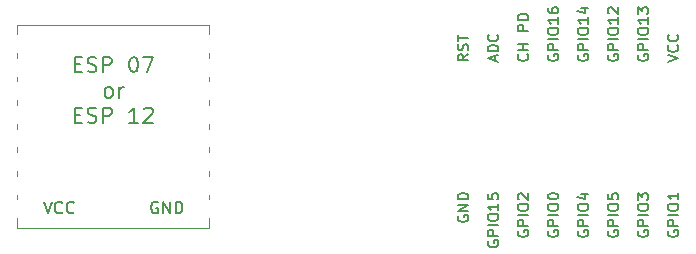
<source format=gbr>
G04 #@! TF.GenerationSoftware,KiCad,Pcbnew,(5.1.5)-3*
G04 #@! TF.CreationDate,2020-02-22T11:17:49-08:00*
G04 #@! TF.ProjectId,ESP07,45535030-372e-46b6-9963-61645f706362,rev?*
G04 #@! TF.SameCoordinates,Original*
G04 #@! TF.FileFunction,Legend,Top*
G04 #@! TF.FilePolarity,Positive*
%FSLAX46Y46*%
G04 Gerber Fmt 4.6, Leading zero omitted, Abs format (unit mm)*
G04 Created by KiCad (PCBNEW (5.1.5)-3) date 2020-02-22 11:17:49*
%MOMM*%
%LPD*%
G04 APERTURE LIST*
%ADD10C,0.200000*%
%ADD11C,0.150000*%
%ADD12C,0.120000*%
G04 APERTURE END LIST*
D10*
X149373047Y-95039142D02*
X149806380Y-95039142D01*
X149992095Y-95720095D02*
X149373047Y-95720095D01*
X149373047Y-94420095D01*
X149992095Y-94420095D01*
X150487333Y-95658190D02*
X150673047Y-95720095D01*
X150982571Y-95720095D01*
X151106380Y-95658190D01*
X151168285Y-95596285D01*
X151230190Y-95472476D01*
X151230190Y-95348666D01*
X151168285Y-95224857D01*
X151106380Y-95162952D01*
X150982571Y-95101047D01*
X150734952Y-95039142D01*
X150611142Y-94977238D01*
X150549238Y-94915333D01*
X150487333Y-94791523D01*
X150487333Y-94667714D01*
X150549238Y-94543904D01*
X150611142Y-94482000D01*
X150734952Y-94420095D01*
X151044476Y-94420095D01*
X151230190Y-94482000D01*
X151787333Y-95720095D02*
X151787333Y-94420095D01*
X152282571Y-94420095D01*
X152406380Y-94482000D01*
X152468285Y-94543904D01*
X152530190Y-94667714D01*
X152530190Y-94853428D01*
X152468285Y-94977238D01*
X152406380Y-95039142D01*
X152282571Y-95101047D01*
X151787333Y-95101047D01*
X154325428Y-94420095D02*
X154449238Y-94420095D01*
X154573047Y-94482000D01*
X154634952Y-94543904D01*
X154696857Y-94667714D01*
X154758761Y-94915333D01*
X154758761Y-95224857D01*
X154696857Y-95472476D01*
X154634952Y-95596285D01*
X154573047Y-95658190D01*
X154449238Y-95720095D01*
X154325428Y-95720095D01*
X154201619Y-95658190D01*
X154139714Y-95596285D01*
X154077809Y-95472476D01*
X154015904Y-95224857D01*
X154015904Y-94915333D01*
X154077809Y-94667714D01*
X154139714Y-94543904D01*
X154201619Y-94482000D01*
X154325428Y-94420095D01*
X155192095Y-94420095D02*
X156058761Y-94420095D01*
X155501619Y-95720095D01*
X152158761Y-97870095D02*
X152034952Y-97808190D01*
X151973047Y-97746285D01*
X151911142Y-97622476D01*
X151911142Y-97251047D01*
X151973047Y-97127238D01*
X152034952Y-97065333D01*
X152158761Y-97003428D01*
X152344476Y-97003428D01*
X152468285Y-97065333D01*
X152530190Y-97127238D01*
X152592095Y-97251047D01*
X152592095Y-97622476D01*
X152530190Y-97746285D01*
X152468285Y-97808190D01*
X152344476Y-97870095D01*
X152158761Y-97870095D01*
X153149238Y-97870095D02*
X153149238Y-97003428D01*
X153149238Y-97251047D02*
X153211142Y-97127238D01*
X153273047Y-97065333D01*
X153396857Y-97003428D01*
X153520666Y-97003428D01*
X149373047Y-99339142D02*
X149806380Y-99339142D01*
X149992095Y-100020095D02*
X149373047Y-100020095D01*
X149373047Y-98720095D01*
X149992095Y-98720095D01*
X150487333Y-99958190D02*
X150673047Y-100020095D01*
X150982571Y-100020095D01*
X151106380Y-99958190D01*
X151168285Y-99896285D01*
X151230190Y-99772476D01*
X151230190Y-99648666D01*
X151168285Y-99524857D01*
X151106380Y-99462952D01*
X150982571Y-99401047D01*
X150734952Y-99339142D01*
X150611142Y-99277238D01*
X150549238Y-99215333D01*
X150487333Y-99091523D01*
X150487333Y-98967714D01*
X150549238Y-98843904D01*
X150611142Y-98782000D01*
X150734952Y-98720095D01*
X151044476Y-98720095D01*
X151230190Y-98782000D01*
X151787333Y-100020095D02*
X151787333Y-98720095D01*
X152282571Y-98720095D01*
X152406380Y-98782000D01*
X152468285Y-98843904D01*
X152530190Y-98967714D01*
X152530190Y-99153428D01*
X152468285Y-99277238D01*
X152406380Y-99339142D01*
X152282571Y-99401047D01*
X151787333Y-99401047D01*
X154758761Y-100020095D02*
X154015904Y-100020095D01*
X154387333Y-100020095D02*
X154387333Y-98720095D01*
X154263523Y-98905809D01*
X154139714Y-99029619D01*
X154015904Y-99091523D01*
X155254000Y-98843904D02*
X155315904Y-98782000D01*
X155439714Y-98720095D01*
X155749238Y-98720095D01*
X155873047Y-98782000D01*
X155934952Y-98843904D01*
X155996857Y-98967714D01*
X155996857Y-99091523D01*
X155934952Y-99277238D01*
X155192095Y-100020095D01*
X155996857Y-100020095D01*
D11*
X199594642Y-94861714D02*
X200494642Y-94561714D01*
X199594642Y-94261714D01*
X200408928Y-93447428D02*
X200451785Y-93490285D01*
X200494642Y-93618856D01*
X200494642Y-93704571D01*
X200451785Y-93833142D01*
X200366071Y-93918856D01*
X200280357Y-93961714D01*
X200108928Y-94004571D01*
X199980357Y-94004571D01*
X199808928Y-93961714D01*
X199723214Y-93918856D01*
X199637500Y-93833142D01*
X199594642Y-93704571D01*
X199594642Y-93618856D01*
X199637500Y-93490285D01*
X199680357Y-93447428D01*
X200408928Y-92547428D02*
X200451785Y-92590285D01*
X200494642Y-92718856D01*
X200494642Y-92804571D01*
X200451785Y-92933142D01*
X200366071Y-93018856D01*
X200280357Y-93061714D01*
X200108928Y-93104571D01*
X199980357Y-93104571D01*
X199808928Y-93061714D01*
X199723214Y-93018856D01*
X199637500Y-92933142D01*
X199594642Y-92804571D01*
X199594642Y-92718856D01*
X199637500Y-92590285D01*
X199680357Y-92547428D01*
X197097500Y-94261713D02*
X197054642Y-94347428D01*
X197054642Y-94475999D01*
X197097500Y-94604571D01*
X197183214Y-94690285D01*
X197268928Y-94733142D01*
X197440357Y-94775999D01*
X197568928Y-94775999D01*
X197740357Y-94733142D01*
X197826071Y-94690285D01*
X197911785Y-94604571D01*
X197954642Y-94475999D01*
X197954642Y-94390285D01*
X197911785Y-94261713D01*
X197868928Y-94218856D01*
X197568928Y-94218856D01*
X197568928Y-94390285D01*
X197954642Y-93833142D02*
X197054642Y-93833142D01*
X197054642Y-93490285D01*
X197097500Y-93404571D01*
X197140357Y-93361713D01*
X197226071Y-93318856D01*
X197354642Y-93318856D01*
X197440357Y-93361713D01*
X197483214Y-93404571D01*
X197526071Y-93490285D01*
X197526071Y-93833142D01*
X197954642Y-92933142D02*
X197054642Y-92933142D01*
X197054642Y-92333142D02*
X197054642Y-92161713D01*
X197097500Y-92075999D01*
X197183214Y-91990285D01*
X197354642Y-91947428D01*
X197654642Y-91947428D01*
X197826071Y-91990285D01*
X197911785Y-92075999D01*
X197954642Y-92161713D01*
X197954642Y-92333142D01*
X197911785Y-92418856D01*
X197826071Y-92504571D01*
X197654642Y-92547428D01*
X197354642Y-92547428D01*
X197183214Y-92504571D01*
X197097500Y-92418856D01*
X197054642Y-92333142D01*
X197954642Y-91090285D02*
X197954642Y-91604571D01*
X197954642Y-91347428D02*
X197054642Y-91347428D01*
X197183214Y-91433142D01*
X197268928Y-91518856D01*
X197311785Y-91604571D01*
X197054642Y-90790285D02*
X197054642Y-90233142D01*
X197397500Y-90533142D01*
X197397500Y-90404571D01*
X197440357Y-90318856D01*
X197483214Y-90275999D01*
X197568928Y-90233142D01*
X197783214Y-90233142D01*
X197868928Y-90275999D01*
X197911785Y-90318856D01*
X197954642Y-90404571D01*
X197954642Y-90661713D01*
X197911785Y-90747428D01*
X197868928Y-90790285D01*
X194557500Y-94261713D02*
X194514642Y-94347428D01*
X194514642Y-94475999D01*
X194557500Y-94604571D01*
X194643214Y-94690285D01*
X194728928Y-94733142D01*
X194900357Y-94775999D01*
X195028928Y-94775999D01*
X195200357Y-94733142D01*
X195286071Y-94690285D01*
X195371785Y-94604571D01*
X195414642Y-94475999D01*
X195414642Y-94390285D01*
X195371785Y-94261713D01*
X195328928Y-94218856D01*
X195028928Y-94218856D01*
X195028928Y-94390285D01*
X195414642Y-93833142D02*
X194514642Y-93833142D01*
X194514642Y-93490285D01*
X194557500Y-93404571D01*
X194600357Y-93361713D01*
X194686071Y-93318856D01*
X194814642Y-93318856D01*
X194900357Y-93361713D01*
X194943214Y-93404571D01*
X194986071Y-93490285D01*
X194986071Y-93833142D01*
X195414642Y-92933142D02*
X194514642Y-92933142D01*
X194514642Y-92333142D02*
X194514642Y-92161713D01*
X194557500Y-92075999D01*
X194643214Y-91990285D01*
X194814642Y-91947428D01*
X195114642Y-91947428D01*
X195286071Y-91990285D01*
X195371785Y-92075999D01*
X195414642Y-92161713D01*
X195414642Y-92333142D01*
X195371785Y-92418856D01*
X195286071Y-92504571D01*
X195114642Y-92547428D01*
X194814642Y-92547428D01*
X194643214Y-92504571D01*
X194557500Y-92418856D01*
X194514642Y-92333142D01*
X195414642Y-91090285D02*
X195414642Y-91604571D01*
X195414642Y-91347428D02*
X194514642Y-91347428D01*
X194643214Y-91433142D01*
X194728928Y-91518856D01*
X194771785Y-91604571D01*
X194600357Y-90747428D02*
X194557500Y-90704571D01*
X194514642Y-90618856D01*
X194514642Y-90404571D01*
X194557500Y-90318856D01*
X194600357Y-90275999D01*
X194686071Y-90233142D01*
X194771785Y-90233142D01*
X194900357Y-90275999D01*
X195414642Y-90790285D01*
X195414642Y-90233142D01*
X192017500Y-94261713D02*
X191974642Y-94347428D01*
X191974642Y-94475999D01*
X192017500Y-94604571D01*
X192103214Y-94690285D01*
X192188928Y-94733142D01*
X192360357Y-94775999D01*
X192488928Y-94775999D01*
X192660357Y-94733142D01*
X192746071Y-94690285D01*
X192831785Y-94604571D01*
X192874642Y-94475999D01*
X192874642Y-94390285D01*
X192831785Y-94261713D01*
X192788928Y-94218856D01*
X192488928Y-94218856D01*
X192488928Y-94390285D01*
X192874642Y-93833142D02*
X191974642Y-93833142D01*
X191974642Y-93490285D01*
X192017500Y-93404571D01*
X192060357Y-93361713D01*
X192146071Y-93318856D01*
X192274642Y-93318856D01*
X192360357Y-93361713D01*
X192403214Y-93404571D01*
X192446071Y-93490285D01*
X192446071Y-93833142D01*
X192874642Y-92933142D02*
X191974642Y-92933142D01*
X191974642Y-92333142D02*
X191974642Y-92161713D01*
X192017500Y-92075999D01*
X192103214Y-91990285D01*
X192274642Y-91947428D01*
X192574642Y-91947428D01*
X192746071Y-91990285D01*
X192831785Y-92075999D01*
X192874642Y-92161713D01*
X192874642Y-92333142D01*
X192831785Y-92418856D01*
X192746071Y-92504571D01*
X192574642Y-92547428D01*
X192274642Y-92547428D01*
X192103214Y-92504571D01*
X192017500Y-92418856D01*
X191974642Y-92333142D01*
X192874642Y-91090285D02*
X192874642Y-91604571D01*
X192874642Y-91347428D02*
X191974642Y-91347428D01*
X192103214Y-91433142D01*
X192188928Y-91518856D01*
X192231785Y-91604571D01*
X192274642Y-90318856D02*
X192874642Y-90318856D01*
X191931785Y-90533142D02*
X192574642Y-90747428D01*
X192574642Y-90190285D01*
X189477500Y-94261713D02*
X189434642Y-94347428D01*
X189434642Y-94475999D01*
X189477500Y-94604571D01*
X189563214Y-94690285D01*
X189648928Y-94733142D01*
X189820357Y-94775999D01*
X189948928Y-94775999D01*
X190120357Y-94733142D01*
X190206071Y-94690285D01*
X190291785Y-94604571D01*
X190334642Y-94475999D01*
X190334642Y-94390285D01*
X190291785Y-94261713D01*
X190248928Y-94218856D01*
X189948928Y-94218856D01*
X189948928Y-94390285D01*
X190334642Y-93833142D02*
X189434642Y-93833142D01*
X189434642Y-93490285D01*
X189477500Y-93404571D01*
X189520357Y-93361713D01*
X189606071Y-93318856D01*
X189734642Y-93318856D01*
X189820357Y-93361713D01*
X189863214Y-93404571D01*
X189906071Y-93490285D01*
X189906071Y-93833142D01*
X190334642Y-92933142D02*
X189434642Y-92933142D01*
X189434642Y-92333142D02*
X189434642Y-92161713D01*
X189477500Y-92075999D01*
X189563214Y-91990285D01*
X189734642Y-91947428D01*
X190034642Y-91947428D01*
X190206071Y-91990285D01*
X190291785Y-92075999D01*
X190334642Y-92161713D01*
X190334642Y-92333142D01*
X190291785Y-92418856D01*
X190206071Y-92504571D01*
X190034642Y-92547428D01*
X189734642Y-92547428D01*
X189563214Y-92504571D01*
X189477500Y-92418856D01*
X189434642Y-92333142D01*
X190334642Y-91090285D02*
X190334642Y-91604571D01*
X190334642Y-91347428D02*
X189434642Y-91347428D01*
X189563214Y-91433142D01*
X189648928Y-91518856D01*
X189691785Y-91604571D01*
X189434642Y-90318856D02*
X189434642Y-90490285D01*
X189477500Y-90575999D01*
X189520357Y-90618856D01*
X189648928Y-90704571D01*
X189820357Y-90747428D01*
X190163214Y-90747428D01*
X190248928Y-90704571D01*
X190291785Y-90661713D01*
X190334642Y-90575999D01*
X190334642Y-90404571D01*
X190291785Y-90318856D01*
X190248928Y-90275999D01*
X190163214Y-90233142D01*
X189948928Y-90233142D01*
X189863214Y-90275999D01*
X189820357Y-90318856D01*
X189777500Y-90404571D01*
X189777500Y-90575999D01*
X189820357Y-90661713D01*
X189863214Y-90704571D01*
X189948928Y-90747428D01*
X187708928Y-94218857D02*
X187751785Y-94261714D01*
X187794642Y-94390285D01*
X187794642Y-94476000D01*
X187751785Y-94604571D01*
X187666071Y-94690285D01*
X187580357Y-94733143D01*
X187408928Y-94776000D01*
X187280357Y-94776000D01*
X187108928Y-94733143D01*
X187023214Y-94690285D01*
X186937500Y-94604571D01*
X186894642Y-94476000D01*
X186894642Y-94390285D01*
X186937500Y-94261714D01*
X186980357Y-94218857D01*
X187794642Y-93833143D02*
X186894642Y-93833143D01*
X187323214Y-93833143D02*
X187323214Y-93318857D01*
X187794642Y-93318857D02*
X186894642Y-93318857D01*
X187794642Y-92204571D02*
X186894642Y-92204571D01*
X186894642Y-91861714D01*
X186937500Y-91776000D01*
X186980357Y-91733143D01*
X187066071Y-91690285D01*
X187194642Y-91690285D01*
X187280357Y-91733143D01*
X187323214Y-91776000D01*
X187366071Y-91861714D01*
X187366071Y-92204571D01*
X187794642Y-91304571D02*
X186894642Y-91304571D01*
X186894642Y-91090285D01*
X186937500Y-90961714D01*
X187023214Y-90876000D01*
X187108928Y-90833143D01*
X187280357Y-90790285D01*
X187408928Y-90790285D01*
X187580357Y-90833143D01*
X187666071Y-90876000D01*
X187751785Y-90961714D01*
X187794642Y-91090285D01*
X187794642Y-91304571D01*
X184997500Y-94775999D02*
X184997500Y-94347428D01*
X185254642Y-94861714D02*
X184354642Y-94561714D01*
X185254642Y-94261714D01*
X185254642Y-93961714D02*
X184354642Y-93961714D01*
X184354642Y-93747428D01*
X184397500Y-93618856D01*
X184483214Y-93533142D01*
X184568928Y-93490285D01*
X184740357Y-93447428D01*
X184868928Y-93447428D01*
X185040357Y-93490285D01*
X185126071Y-93533142D01*
X185211785Y-93618856D01*
X185254642Y-93747428D01*
X185254642Y-93961714D01*
X185168928Y-92547428D02*
X185211785Y-92590285D01*
X185254642Y-92718856D01*
X185254642Y-92804571D01*
X185211785Y-92933142D01*
X185126071Y-93018856D01*
X185040357Y-93061714D01*
X184868928Y-93104571D01*
X184740357Y-93104571D01*
X184568928Y-93061714D01*
X184483214Y-93018856D01*
X184397500Y-92933142D01*
X184354642Y-92804571D01*
X184354642Y-92718856D01*
X184397500Y-92590285D01*
X184440357Y-92547428D01*
X182714642Y-94218857D02*
X182286071Y-94518857D01*
X182714642Y-94733142D02*
X181814642Y-94733142D01*
X181814642Y-94390285D01*
X181857500Y-94304571D01*
X181900357Y-94261714D01*
X181986071Y-94218857D01*
X182114642Y-94218857D01*
X182200357Y-94261714D01*
X182243214Y-94304571D01*
X182286071Y-94390285D01*
X182286071Y-94733142D01*
X182671785Y-93876000D02*
X182714642Y-93747428D01*
X182714642Y-93533142D01*
X182671785Y-93447428D01*
X182628928Y-93404571D01*
X182543214Y-93361714D01*
X182457500Y-93361714D01*
X182371785Y-93404571D01*
X182328928Y-93447428D01*
X182286071Y-93533142D01*
X182243214Y-93704571D01*
X182200357Y-93790285D01*
X182157500Y-93833142D01*
X182071785Y-93876000D01*
X181986071Y-93876000D01*
X181900357Y-93833142D01*
X181857500Y-93790285D01*
X181814642Y-93704571D01*
X181814642Y-93490285D01*
X181857500Y-93361714D01*
X181814642Y-93104571D02*
X181814642Y-92590285D01*
X182714642Y-92847428D02*
X181814642Y-92847428D01*
X199637500Y-109159428D02*
X199594642Y-109245142D01*
X199594642Y-109373714D01*
X199637500Y-109502285D01*
X199723214Y-109587999D01*
X199808928Y-109630857D01*
X199980357Y-109673714D01*
X200108928Y-109673714D01*
X200280357Y-109630857D01*
X200366071Y-109587999D01*
X200451785Y-109502285D01*
X200494642Y-109373714D01*
X200494642Y-109287999D01*
X200451785Y-109159428D01*
X200408928Y-109116571D01*
X200108928Y-109116571D01*
X200108928Y-109287999D01*
X200494642Y-108730857D02*
X199594642Y-108730857D01*
X199594642Y-108387999D01*
X199637500Y-108302285D01*
X199680357Y-108259428D01*
X199766071Y-108216571D01*
X199894642Y-108216571D01*
X199980357Y-108259428D01*
X200023214Y-108302285D01*
X200066071Y-108387999D01*
X200066071Y-108730857D01*
X200494642Y-107830857D02*
X199594642Y-107830857D01*
X199594642Y-107230857D02*
X199594642Y-107059428D01*
X199637500Y-106973714D01*
X199723214Y-106887999D01*
X199894642Y-106845142D01*
X200194642Y-106845142D01*
X200366071Y-106887999D01*
X200451785Y-106973714D01*
X200494642Y-107059428D01*
X200494642Y-107230857D01*
X200451785Y-107316571D01*
X200366071Y-107402285D01*
X200194642Y-107445142D01*
X199894642Y-107445142D01*
X199723214Y-107402285D01*
X199637500Y-107316571D01*
X199594642Y-107230857D01*
X200494642Y-105987999D02*
X200494642Y-106502285D01*
X200494642Y-106245142D02*
X199594642Y-106245142D01*
X199723214Y-106330857D01*
X199808928Y-106416571D01*
X199851785Y-106502285D01*
X197097500Y-109159428D02*
X197054642Y-109245142D01*
X197054642Y-109373714D01*
X197097500Y-109502285D01*
X197183214Y-109587999D01*
X197268928Y-109630857D01*
X197440357Y-109673714D01*
X197568928Y-109673714D01*
X197740357Y-109630857D01*
X197826071Y-109587999D01*
X197911785Y-109502285D01*
X197954642Y-109373714D01*
X197954642Y-109287999D01*
X197911785Y-109159428D01*
X197868928Y-109116571D01*
X197568928Y-109116571D01*
X197568928Y-109287999D01*
X197954642Y-108730857D02*
X197054642Y-108730857D01*
X197054642Y-108387999D01*
X197097500Y-108302285D01*
X197140357Y-108259428D01*
X197226071Y-108216571D01*
X197354642Y-108216571D01*
X197440357Y-108259428D01*
X197483214Y-108302285D01*
X197526071Y-108387999D01*
X197526071Y-108730857D01*
X197954642Y-107830857D02*
X197054642Y-107830857D01*
X197054642Y-107230857D02*
X197054642Y-107059428D01*
X197097500Y-106973714D01*
X197183214Y-106887999D01*
X197354642Y-106845142D01*
X197654642Y-106845142D01*
X197826071Y-106887999D01*
X197911785Y-106973714D01*
X197954642Y-107059428D01*
X197954642Y-107230857D01*
X197911785Y-107316571D01*
X197826071Y-107402285D01*
X197654642Y-107445142D01*
X197354642Y-107445142D01*
X197183214Y-107402285D01*
X197097500Y-107316571D01*
X197054642Y-107230857D01*
X197054642Y-106545142D02*
X197054642Y-105987999D01*
X197397500Y-106287999D01*
X197397500Y-106159428D01*
X197440357Y-106073714D01*
X197483214Y-106030857D01*
X197568928Y-105987999D01*
X197783214Y-105987999D01*
X197868928Y-106030857D01*
X197911785Y-106073714D01*
X197954642Y-106159428D01*
X197954642Y-106416571D01*
X197911785Y-106502285D01*
X197868928Y-106545142D01*
X194557500Y-109159428D02*
X194514642Y-109245142D01*
X194514642Y-109373714D01*
X194557500Y-109502285D01*
X194643214Y-109587999D01*
X194728928Y-109630857D01*
X194900357Y-109673714D01*
X195028928Y-109673714D01*
X195200357Y-109630857D01*
X195286071Y-109587999D01*
X195371785Y-109502285D01*
X195414642Y-109373714D01*
X195414642Y-109287999D01*
X195371785Y-109159428D01*
X195328928Y-109116571D01*
X195028928Y-109116571D01*
X195028928Y-109287999D01*
X195414642Y-108730857D02*
X194514642Y-108730857D01*
X194514642Y-108387999D01*
X194557500Y-108302285D01*
X194600357Y-108259428D01*
X194686071Y-108216571D01*
X194814642Y-108216571D01*
X194900357Y-108259428D01*
X194943214Y-108302285D01*
X194986071Y-108387999D01*
X194986071Y-108730857D01*
X195414642Y-107830857D02*
X194514642Y-107830857D01*
X194514642Y-107230857D02*
X194514642Y-107059428D01*
X194557500Y-106973714D01*
X194643214Y-106887999D01*
X194814642Y-106845142D01*
X195114642Y-106845142D01*
X195286071Y-106887999D01*
X195371785Y-106973714D01*
X195414642Y-107059428D01*
X195414642Y-107230857D01*
X195371785Y-107316571D01*
X195286071Y-107402285D01*
X195114642Y-107445142D01*
X194814642Y-107445142D01*
X194643214Y-107402285D01*
X194557500Y-107316571D01*
X194514642Y-107230857D01*
X194514642Y-106030857D02*
X194514642Y-106459428D01*
X194943214Y-106502285D01*
X194900357Y-106459428D01*
X194857500Y-106373714D01*
X194857500Y-106159428D01*
X194900357Y-106073714D01*
X194943214Y-106030857D01*
X195028928Y-105987999D01*
X195243214Y-105987999D01*
X195328928Y-106030857D01*
X195371785Y-106073714D01*
X195414642Y-106159428D01*
X195414642Y-106373714D01*
X195371785Y-106459428D01*
X195328928Y-106502285D01*
X192017500Y-109159428D02*
X191974642Y-109245142D01*
X191974642Y-109373714D01*
X192017500Y-109502285D01*
X192103214Y-109587999D01*
X192188928Y-109630857D01*
X192360357Y-109673714D01*
X192488928Y-109673714D01*
X192660357Y-109630857D01*
X192746071Y-109587999D01*
X192831785Y-109502285D01*
X192874642Y-109373714D01*
X192874642Y-109287999D01*
X192831785Y-109159428D01*
X192788928Y-109116571D01*
X192488928Y-109116571D01*
X192488928Y-109287999D01*
X192874642Y-108730857D02*
X191974642Y-108730857D01*
X191974642Y-108387999D01*
X192017500Y-108302285D01*
X192060357Y-108259428D01*
X192146071Y-108216571D01*
X192274642Y-108216571D01*
X192360357Y-108259428D01*
X192403214Y-108302285D01*
X192446071Y-108387999D01*
X192446071Y-108730857D01*
X192874642Y-107830857D02*
X191974642Y-107830857D01*
X191974642Y-107230857D02*
X191974642Y-107059428D01*
X192017500Y-106973714D01*
X192103214Y-106887999D01*
X192274642Y-106845142D01*
X192574642Y-106845142D01*
X192746071Y-106887999D01*
X192831785Y-106973714D01*
X192874642Y-107059428D01*
X192874642Y-107230857D01*
X192831785Y-107316571D01*
X192746071Y-107402285D01*
X192574642Y-107445142D01*
X192274642Y-107445142D01*
X192103214Y-107402285D01*
X192017500Y-107316571D01*
X191974642Y-107230857D01*
X192274642Y-106073714D02*
X192874642Y-106073714D01*
X191931785Y-106287999D02*
X192574642Y-106502285D01*
X192574642Y-105945142D01*
X189477500Y-109159428D02*
X189434642Y-109245142D01*
X189434642Y-109373714D01*
X189477500Y-109502285D01*
X189563214Y-109587999D01*
X189648928Y-109630857D01*
X189820357Y-109673714D01*
X189948928Y-109673714D01*
X190120357Y-109630857D01*
X190206071Y-109587999D01*
X190291785Y-109502285D01*
X190334642Y-109373714D01*
X190334642Y-109287999D01*
X190291785Y-109159428D01*
X190248928Y-109116571D01*
X189948928Y-109116571D01*
X189948928Y-109287999D01*
X190334642Y-108730857D02*
X189434642Y-108730857D01*
X189434642Y-108387999D01*
X189477500Y-108302285D01*
X189520357Y-108259428D01*
X189606071Y-108216571D01*
X189734642Y-108216571D01*
X189820357Y-108259428D01*
X189863214Y-108302285D01*
X189906071Y-108387999D01*
X189906071Y-108730857D01*
X190334642Y-107830857D02*
X189434642Y-107830857D01*
X189434642Y-107230857D02*
X189434642Y-107059428D01*
X189477500Y-106973714D01*
X189563214Y-106887999D01*
X189734642Y-106845142D01*
X190034642Y-106845142D01*
X190206071Y-106887999D01*
X190291785Y-106973714D01*
X190334642Y-107059428D01*
X190334642Y-107230857D01*
X190291785Y-107316571D01*
X190206071Y-107402285D01*
X190034642Y-107445142D01*
X189734642Y-107445142D01*
X189563214Y-107402285D01*
X189477500Y-107316571D01*
X189434642Y-107230857D01*
X189434642Y-106287999D02*
X189434642Y-106202285D01*
X189477500Y-106116571D01*
X189520357Y-106073714D01*
X189606071Y-106030857D01*
X189777500Y-105987999D01*
X189991785Y-105987999D01*
X190163214Y-106030857D01*
X190248928Y-106073714D01*
X190291785Y-106116571D01*
X190334642Y-106202285D01*
X190334642Y-106287999D01*
X190291785Y-106373714D01*
X190248928Y-106416571D01*
X190163214Y-106459428D01*
X189991785Y-106502285D01*
X189777500Y-106502285D01*
X189606071Y-106459428D01*
X189520357Y-106416571D01*
X189477500Y-106373714D01*
X189434642Y-106287999D01*
X186937500Y-109159428D02*
X186894642Y-109245142D01*
X186894642Y-109373714D01*
X186937500Y-109502285D01*
X187023214Y-109587999D01*
X187108928Y-109630857D01*
X187280357Y-109673714D01*
X187408928Y-109673714D01*
X187580357Y-109630857D01*
X187666071Y-109587999D01*
X187751785Y-109502285D01*
X187794642Y-109373714D01*
X187794642Y-109287999D01*
X187751785Y-109159428D01*
X187708928Y-109116571D01*
X187408928Y-109116571D01*
X187408928Y-109287999D01*
X187794642Y-108730857D02*
X186894642Y-108730857D01*
X186894642Y-108387999D01*
X186937500Y-108302285D01*
X186980357Y-108259428D01*
X187066071Y-108216571D01*
X187194642Y-108216571D01*
X187280357Y-108259428D01*
X187323214Y-108302285D01*
X187366071Y-108387999D01*
X187366071Y-108730857D01*
X187794642Y-107830857D02*
X186894642Y-107830857D01*
X186894642Y-107230857D02*
X186894642Y-107059428D01*
X186937500Y-106973714D01*
X187023214Y-106887999D01*
X187194642Y-106845142D01*
X187494642Y-106845142D01*
X187666071Y-106887999D01*
X187751785Y-106973714D01*
X187794642Y-107059428D01*
X187794642Y-107230857D01*
X187751785Y-107316571D01*
X187666071Y-107402285D01*
X187494642Y-107445142D01*
X187194642Y-107445142D01*
X187023214Y-107402285D01*
X186937500Y-107316571D01*
X186894642Y-107230857D01*
X186980357Y-106502285D02*
X186937500Y-106459428D01*
X186894642Y-106373714D01*
X186894642Y-106159428D01*
X186937500Y-106073714D01*
X186980357Y-106030857D01*
X187066071Y-105987999D01*
X187151785Y-105987999D01*
X187280357Y-106030857D01*
X187794642Y-106545142D01*
X187794642Y-105987999D01*
X184397500Y-110016570D02*
X184354642Y-110102285D01*
X184354642Y-110230856D01*
X184397500Y-110359428D01*
X184483214Y-110445142D01*
X184568928Y-110487999D01*
X184740357Y-110530856D01*
X184868928Y-110530856D01*
X185040357Y-110487999D01*
X185126071Y-110445142D01*
X185211785Y-110359428D01*
X185254642Y-110230856D01*
X185254642Y-110145142D01*
X185211785Y-110016570D01*
X185168928Y-109973713D01*
X184868928Y-109973713D01*
X184868928Y-110145142D01*
X185254642Y-109587999D02*
X184354642Y-109587999D01*
X184354642Y-109245142D01*
X184397500Y-109159428D01*
X184440357Y-109116570D01*
X184526071Y-109073713D01*
X184654642Y-109073713D01*
X184740357Y-109116570D01*
X184783214Y-109159428D01*
X184826071Y-109245142D01*
X184826071Y-109587999D01*
X185254642Y-108687999D02*
X184354642Y-108687999D01*
X184354642Y-108087999D02*
X184354642Y-107916570D01*
X184397500Y-107830856D01*
X184483214Y-107745142D01*
X184654642Y-107702285D01*
X184954642Y-107702285D01*
X185126071Y-107745142D01*
X185211785Y-107830856D01*
X185254642Y-107916570D01*
X185254642Y-108087999D01*
X185211785Y-108173713D01*
X185126071Y-108259428D01*
X184954642Y-108302285D01*
X184654642Y-108302285D01*
X184483214Y-108259428D01*
X184397500Y-108173713D01*
X184354642Y-108087999D01*
X185254642Y-106845142D02*
X185254642Y-107359428D01*
X185254642Y-107102285D02*
X184354642Y-107102285D01*
X184483214Y-107187999D01*
X184568928Y-107273713D01*
X184611785Y-107359428D01*
X184354642Y-106030856D02*
X184354642Y-106459428D01*
X184783214Y-106502285D01*
X184740357Y-106459428D01*
X184697500Y-106373713D01*
X184697500Y-106159428D01*
X184740357Y-106073713D01*
X184783214Y-106030856D01*
X184868928Y-105987999D01*
X185083214Y-105987999D01*
X185168928Y-106030856D01*
X185211785Y-106073713D01*
X185254642Y-106159428D01*
X185254642Y-106373713D01*
X185211785Y-106459428D01*
X185168928Y-106502285D01*
X181857500Y-107873714D02*
X181814642Y-107959428D01*
X181814642Y-108088000D01*
X181857500Y-108216571D01*
X181943214Y-108302285D01*
X182028928Y-108345142D01*
X182200357Y-108388000D01*
X182328928Y-108388000D01*
X182500357Y-108345142D01*
X182586071Y-108302285D01*
X182671785Y-108216571D01*
X182714642Y-108088000D01*
X182714642Y-108002285D01*
X182671785Y-107873714D01*
X182628928Y-107830857D01*
X182328928Y-107830857D01*
X182328928Y-108002285D01*
X182714642Y-107445142D02*
X181814642Y-107445142D01*
X182714642Y-106930857D01*
X181814642Y-106930857D01*
X182714642Y-106502285D02*
X181814642Y-106502285D01*
X181814642Y-106288000D01*
X181857500Y-106159428D01*
X181943214Y-106073714D01*
X182028928Y-106030857D01*
X182200357Y-105988000D01*
X182328928Y-105988000D01*
X182500357Y-106030857D01*
X182586071Y-106073714D01*
X182671785Y-106159428D01*
X182714642Y-106288000D01*
X182714642Y-106502285D01*
D12*
X160782000Y-91720000D02*
X144526000Y-91720000D01*
X160782000Y-92510600D02*
X160782000Y-91720000D01*
X144526000Y-92532800D02*
X144526000Y-91720000D01*
X160774000Y-108097000D02*
X160774000Y-108917000D01*
X160774000Y-108917000D02*
X144534000Y-108917000D01*
X144534000Y-108917000D02*
X144534000Y-108097000D01*
X144534000Y-106497000D02*
X144534000Y-106097000D01*
X160774000Y-106497000D02*
X160774000Y-106097000D01*
X144534000Y-104497000D02*
X144534000Y-104097000D01*
X160774000Y-104497000D02*
X160774000Y-104097000D01*
X144534000Y-102497000D02*
X144534000Y-102097000D01*
X160774000Y-102497000D02*
X160774000Y-102097000D01*
X144534000Y-100497000D02*
X144534000Y-100097000D01*
X160774000Y-100497000D02*
X160774000Y-100097000D01*
X144534000Y-98497000D02*
X144534000Y-98097000D01*
X160774000Y-98497000D02*
X160774000Y-98097000D01*
X144534000Y-96497000D02*
X144534000Y-96097000D01*
X160774000Y-96497000D02*
X160774000Y-96097000D01*
X144534000Y-94497000D02*
X144534000Y-94097000D01*
X160774000Y-94497000D02*
X160774000Y-94097000D01*
D11*
X156416380Y-106729500D02*
X156321142Y-106681880D01*
X156178285Y-106681880D01*
X156035427Y-106729500D01*
X155940189Y-106824738D01*
X155892570Y-106919976D01*
X155844951Y-107110452D01*
X155844951Y-107253309D01*
X155892570Y-107443785D01*
X155940189Y-107539023D01*
X156035427Y-107634261D01*
X156178285Y-107681880D01*
X156273523Y-107681880D01*
X156416380Y-107634261D01*
X156463999Y-107586642D01*
X156463999Y-107253309D01*
X156273523Y-107253309D01*
X156892570Y-107681880D02*
X156892570Y-106681880D01*
X157463999Y-107681880D01*
X157463999Y-106681880D01*
X157940189Y-107681880D02*
X157940189Y-106681880D01*
X158178285Y-106681880D01*
X158321142Y-106729500D01*
X158416380Y-106824738D01*
X158463999Y-106919976D01*
X158511618Y-107110452D01*
X158511618Y-107253309D01*
X158463999Y-107443785D01*
X158416380Y-107539023D01*
X158321142Y-107634261D01*
X158178285Y-107681880D01*
X157940189Y-107681880D01*
X146756594Y-106681880D02*
X147089928Y-107681880D01*
X147423261Y-106681880D01*
X148328023Y-107586642D02*
X148280404Y-107634261D01*
X148137547Y-107681880D01*
X148042308Y-107681880D01*
X147899451Y-107634261D01*
X147804213Y-107539023D01*
X147756594Y-107443785D01*
X147708975Y-107253309D01*
X147708975Y-107110452D01*
X147756594Y-106919976D01*
X147804213Y-106824738D01*
X147899451Y-106729500D01*
X148042308Y-106681880D01*
X148137547Y-106681880D01*
X148280404Y-106729500D01*
X148328023Y-106777119D01*
X149328023Y-107586642D02*
X149280404Y-107634261D01*
X149137547Y-107681880D01*
X149042308Y-107681880D01*
X148899451Y-107634261D01*
X148804213Y-107539023D01*
X148756594Y-107443785D01*
X148708975Y-107253309D01*
X148708975Y-107110452D01*
X148756594Y-106919976D01*
X148804213Y-106824738D01*
X148899451Y-106729500D01*
X149042308Y-106681880D01*
X149137547Y-106681880D01*
X149280404Y-106729500D01*
X149328023Y-106777119D01*
M02*

</source>
